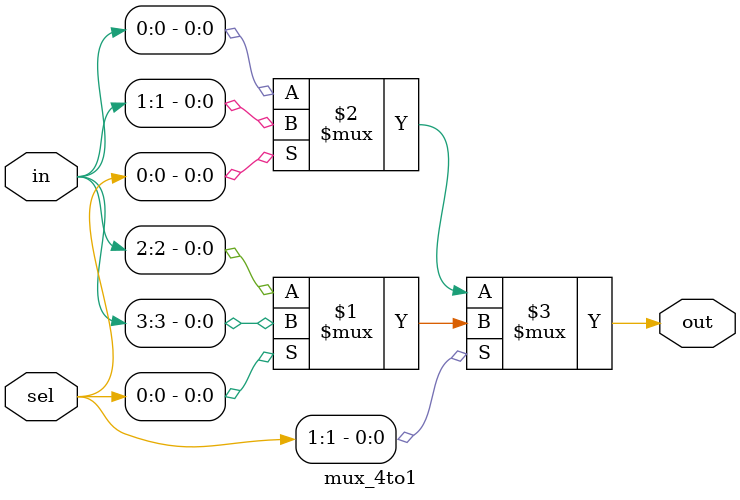
<source format=v>
`ifndef MUX_4TO1_V
`define MUX_4TO1_V

module mux_4to1(
  // TODO(bcarlborg): Convert this into a bus
  input [3:0] in,
  input [1:0] sel,
  output out
);
  assign out = sel[1] ? (sel[0] ? in[3] : in[2]) : (sel[0] ? in[1] : in[0]);
endmodule

`endif

</source>
